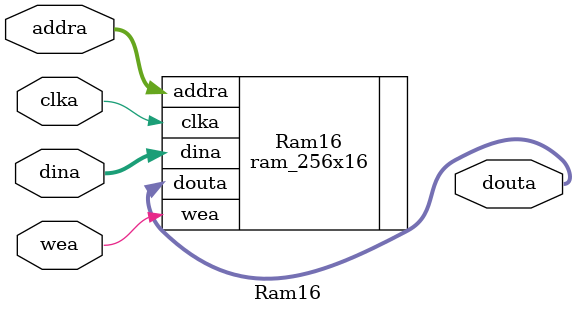
<source format=v>
`timescale 1ns / 1ps
module Ram16(addra,wea,dina,clka,douta);
	input [7:0] addra;
	input wea;
	input [15:0] dina;
	input clka;
	output [15:0] douta;
//----------- Begin Cut here for INSTANTIATION Template ---// INST_TAG
ram_256x16 Ram16(
  .clka(clka), // input clka
  .wea(wea), // input [0 : 0] wea
  .addra(addra), // input [7 : 0] addra
  .dina(dina), // input [15 : 0] dina
  .douta(douta) // output [15 : 0] douta
);
// INST_TAG_END ------ End INSTANTIATION Template ---------



endmodule

</source>
